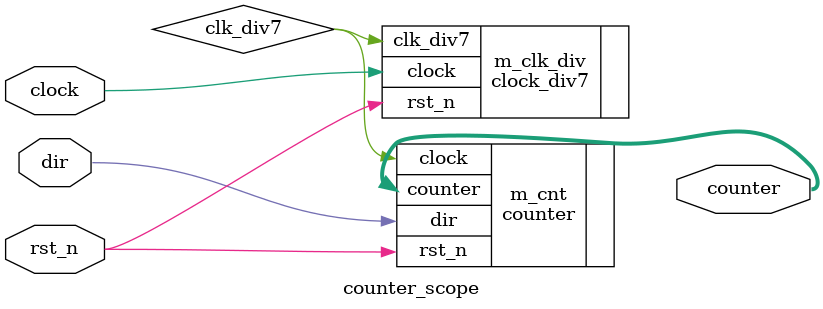
<source format=v>
`timescale 1ns / 1ps
`include "clock_div7.v"
`include "counter.v"
module counter_scope( output [5:0] counter,
							 input clock, rst_n, dir );
	wire clk_div7;
	clock_div7 m_clk_div(.clk_div7(clk_div7), .clock(clock), .rst_n(rst_n));
	
	counter m_cnt(.counter(counter), .clock(clk_div7),.rst_n(rst_n), .dir(dir) );
endmodule

</source>
